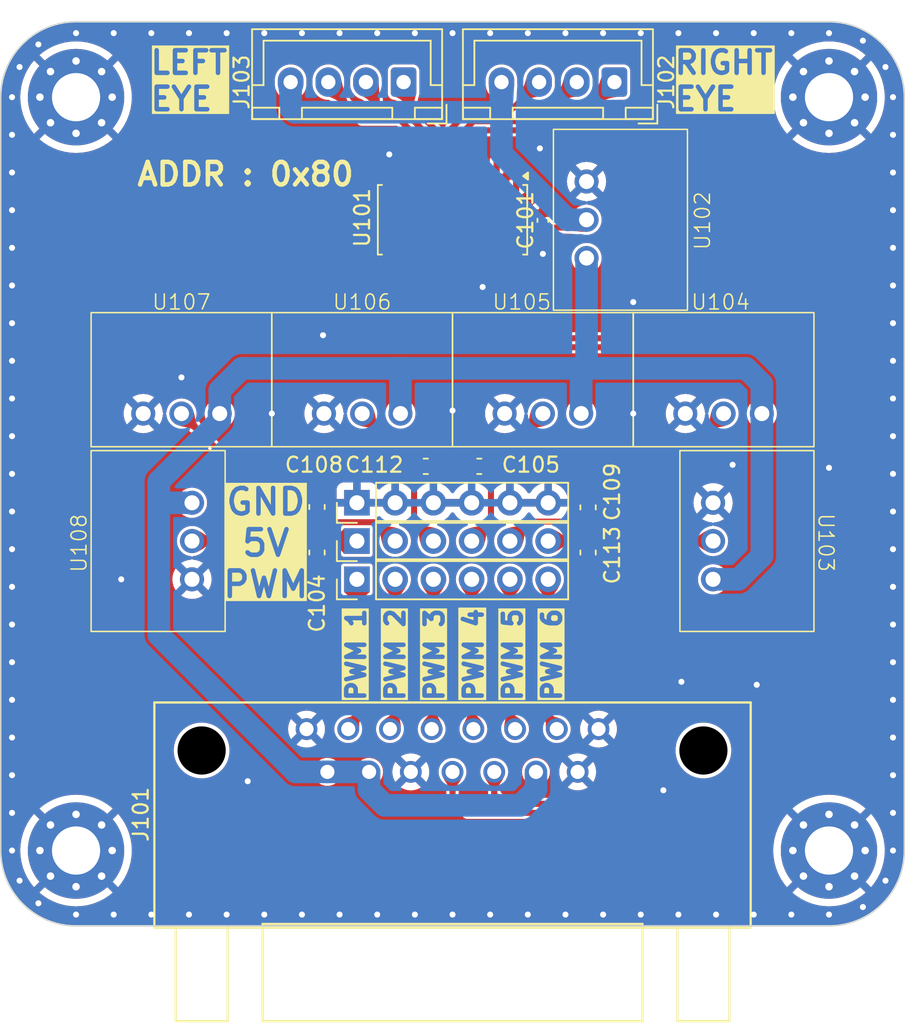
<source format=kicad_pcb>
(kicad_pcb (version 20240108) (generator "pcbnew") (generator_version "8.0")
  (layers (0 "F.Cu" signal) (31 "B.Cu" signal) (34 "B.Paste" user) (35 "F.Paste" user) (36 "B.SilkS" user "B.Silkscreen") (37 "F.SilkS" user "F.Silkscreen") (38 "B.Mask" user) (39 "F.Mask" user) (44 "Edge.Cuts" user))
  (net 0 "")
  (net 1 "GND")
  (net 2 "PWM_TIM1_CH1")
  (net 3 "I2C_SCL")
  (net 4 "+12V")
  (net 5 "I2C_SDA")
  (net 6 "/5V_1")
  (net 7 "/5V_2")
  (net 8 "LED1")
  (net 9 "LED2")
  (net 10 "LED4")
  (net 11 "LED5")
  (net 12 "LED3")
  (net 13 "LED0")
  (net 14 "/5V_3")
  (net 15 "+5V")
  (net 16 "PWM_TIM1_CH3")
  (net 17 "PWM_TIM2_CH1")
  (net 18 "PWM_TIM2_CH2")
  (net 19 "PWM_TIM1_CH2")
  (net 20 "PWM_TIM1_CH4")
  (net 21 "/5V_4")
  (net 22 "/5V_5")
  (net 23 "/5V_6")
  (footprint "libs:173010542" (layer "F.Cu") (at 106 111)
    (property "Reference" "U105" (at -1.4 -7.4 0) (layer "F.SilkS") (effects (font (thickness 0.1))))
    (property "Value" "~")
    (pad "1" thru_hole circle (at -2.54 0) (size 1.6 1.6) (drill 1) (layers "*.Cu" "*.Mask") (net 1 "GND"))
    (pad "2" thru_hole circle (at 0 0) (size 1.6 1.6) (drill 1) (layers "*.Cu" "*.Mask") (net 21 "/5V_4"))
    (pad "3" thru_hole circle (at 2.54 0) (size 1.6 1.6) (drill 1) (layers "*.Cu" "*.Mask") (net 4 "+12V"))
  )
  (footprint "libs:CONN15_31321_WRE" (layer "F.Cu") (at 100 145 180)
    (property "Reference" "J101" (at 20.7 7.4 90) (layer "F.SilkS"))
    (property "Value" "Conn_01x15")
    (pad "" np_thru_hole circle (at -16.66 11.64 180) (size 3.2004 3.2004) (drill 3.2004) (layers))
    (pad "" np_thru_hole circle (at 16.66 11.64 180) (size 3.2004 3.2004) (drill 3.2004) (layers))
    (pad "1" thru_hole circle (at 9.695 13.060007 180) (size 1.4478 1.4478) (drill 0.9398) (layers "*.Cu" "*.Mask") (net 1 "GND"))
    (pad "2" thru_hole circle (at 6.925 13.060007 180) (size 1.4478 1.4478) (drill 0.9398) (layers "*.Cu" "*.Mask") (net 2 "PWM_TIM1_CH1"))
    (pad "3" thru_hole circle (at 4.155001 13.060007 180) (size 1.4478 1.4478) (drill 0.9398) (layers "*.Cu" "*.Mask") (net 19 "PWM_TIM1_CH2"))
    (pad "4" thru_hole circle (at 1.385001 13.060007 180) (size 1.4478 1.4478) (drill 0.9398) (layers "*.Cu" "*.Mask") (net 16 "PWM_TIM1_CH3"))
    (pad "5" thru_hole circle (at -1.384998 13.060007 180) (size 1.4478 1.4478) (drill 0.9398) (layers "*.Cu" "*.Mask") (net 20 "PWM_TIM1_CH4"))
    (pad "6" thru_hole circle (at -4.154998 13.060007 180) (size 1.4478 1.4478) (drill 0.9398) (layers "*.Cu" "*.Mask") (net 17 "PWM_TIM2_CH1"))
    (pad "7" thru_hole circle (at -6.924998 13.060007 180) (size 1.4478 1.4478) (drill 0.9398) (layers "*.Cu" "*.Mask") (net 18 "PWM_TIM2_CH2"))
    (pad "8" thru_hole circle (at -9.694997 13.060007 180) (size 1.4478 1.4478) (drill 0.9398) (layers "*.Cu" "*.Mask") (net 1 "GND"))
    (pad "9" thru_hole circle (at 8.309999 10.220008 180) (size 1.4478 1.4478) (drill 0.9398) (layers "*.Cu" "*.Mask") (net 4 "+12V"))
    (pad "10" thru_hole circle (at 5.539999 10.220008 180) (size 1.4478 1.4478) (drill 0.9398) (layers "*.Cu" "*.Mask") (net 4 "+12V"))
    (pad "11" thru_hole circle (at 2.77 10.220008 180) (size 1.4478 1.4478) (drill 0.9398) (layers "*.Cu" "*.Mask") (net 1 "GND"))
    (pad "12" thru_hole circle (at 0 10.220008 180) (size 1.4478 1.4478) (drill 0.9398) (layers "*.Cu" "*.Mask") (net 5 "I2C_SDA"))
    (pad "13" thru_hole circle (at -2.77 10.220008 180) (size 1.4478 1.4478) (drill 0.9398) (layers "*.Cu" "*.Mask") (net 3 "I2C_SCL"))
    (pad "14" thru_hole circle (at -5.539999 10.220008 180) (size 1.4478 1.4478) (drill 0.9398) (layers "*.Cu" "*.Mask") (net 4 "+12V"))
    (pad "15" thru_hole circle (at -8.309999 10.220008 180) (size 1.4478 1.4478) (drill 0.9398) (layers "*.Cu" "*.Mask") (net 1 "GND"))
  )
  (footprint "libs:173010542" (layer "F.Cu") (at 82 111)
    (property "Reference" "U107" (at 0 -7.4 0) (layer "F.SilkS") (effects (font (thickness 0.1))))
    (property "Value" "~")
    (pad "1" thru_hole circle (at -2.54 0) (size 1.6 1.6) (drill 1) (layers "*.Cu" "*.Mask") (net 1 "GND"))
    (pad "2" thru_hole circle (at 0 0) (size 1.6 1.6) (drill 1) (layers "*.Cu" "*.Mask") (net 7 "/5V_2"))
    (pad "3" thru_hole circle (at 2.54 0) (size 1.6 1.6) (drill 1) (layers "*.Cu" "*.Mask") (net 4 "+12V"))
  )
  (footprint "Connector_JST:JST_XH_B4B-XH-A_1x04_P2.50mm_Vertical" (layer "F.Cu") (at 96.75 89 180)
    (property "Reference" "J103" (at 10.75 0 -90) (layer "F.SilkS"))
    (property "Value" "Conn_01x04")
    (pad "1" thru_hole roundrect (at 0 0 180) (size 1.7 1.95) (drill 0.95) (layers "*.Cu" "*.Mask") (roundrect_rratio 0.1470588235) (net 12 "LED3"))
    (pad "2" thru_hole oval (at 2.5 0 180) (size 1.7 1.95) (drill 0.95) (layers "*.Cu" "*.Mask") (net 10 "LED4"))
    (pad "3" thru_hole oval (at 5 0 180) (size 1.7 1.95) (drill 0.95) (layers "*.Cu" "*.Mask") (net 11 "LED5"))
    (pad "4" thru_hole oval (at 7.5 0 180) (size 1.7 1.95) (drill 0.95) (layers "*.Cu" "*.Mask") (net 15 "+5V"))
  )
  (footprint "MountingHole:MountingHole_3.2mm_M3_Pad_Via" (layer "F.Cu") (at 75 90)
    (property "Reference" "H103" (hide yes))
    (property "Value" "MountingHole_Pad")
    (pad "1" thru_hole circle (at -2.4 0) (size 0.8 0.8) (drill 0.5) (layers "*.Cu" "*.Mask") (net 1 "GND"))
    (pad "1" thru_hole circle (at -1.697056 -1.697056) (size 0.8 0.8) (drill 0.5) (layers "*.Cu" "*.Mask") (net 1 "GND"))
    (pad "1" thru_hole circle (at -1.697056 1.697056) (size 0.8 0.8) (drill 0.5) (layers "*.Cu" "*.Mask") (net 1 "GND"))
    (pad "1" thru_hole circle (at 0 -2.4) (size 0.8 0.8) (drill 0.5) (layers "*.Cu" "*.Mask") (net 1 "GND"))
    (pad "1" thru_hole circle (at 0 0) (size 6.4 6.4) (drill 3.2) (layers "*.Cu" "*.Mask") (net 1 "GND"))
    (pad "1" thru_hole circle (at 0 2.4) (size 0.8 0.8) (drill 0.5) (layers "*.Cu" "*.Mask") (net 1 "GND"))
    (pad "1" thru_hole circle (at 1.697056 -1.697056) (size 0.8 0.8) (drill 0.5) (layers "*.Cu" "*.Mask") (net 1 "GND"))
    (pad "1" thru_hole circle (at 1.697056 1.697056) (size 0.8 0.8) (drill 0.5) (layers "*.Cu" "*.Mask") (net 1 "GND"))
    (pad "1" thru_hole circle (at 2.4 0) (size 0.8 0.8) (drill 0.5) (layers "*.Cu" "*.Mask") (net 1 "GND"))
  )
  (footprint "libs:173010542" (layer "F.Cu") (at 82.7 119.46 90)
    (property "Reference" "U108" (at -0.14 -7.5 90) (layer "F.SilkS") (effects (font (thickness 0.1))))
    (property "Value" "~")
    (pad "1" thru_hole circle (at -2.54 0 90) (size 1.6 1.6) (drill 1) (layers "*.Cu" "*.Mask") (net 1 "GND"))
    (pad "2" thru_hole circle (at 0 0 90) (size 1.6 1.6) (drill 1) (layers "*.Cu" "*.Mask") (net 6 "/5V_1"))
    (pad "3" thru_hole circle (at 2.54 0 90) (size 1.6 1.6) (drill 1) (layers "*.Cu" "*.Mask") (net 4 "+12V"))
  )
  (footprint "Connector_PinHeader_2.54mm:PinHeader_1x06_P2.54mm_Vertical" (layer "F.Cu") (at 93.65 119.46 90)
    (property "Reference" "J104" (hide yes))
    (property "Value" "Conn_01x06")
    (pad "1" thru_hole rect (at 0 0 90) (size 1.7 1.7) (drill 1) (layers "*.Cu" "*.Mask") (net 6 "/5V_1"))
    (pad "2" thru_hole oval (at 0 2.54 90) (size 1.7 1.7) (drill 1) (layers "*.Cu" "*.Mask") (net 7 "/5V_2"))
    (pad "3" thru_hole oval (at 0 5.08 90) (size 1.7 1.7) (drill 1) (layers "*.Cu" "*.Mask") (net 14 "/5V_3"))
    (pad "4" thru_hole oval (at 0 7.62 90) (size 1.7 1.7) (drill 1) (layers "*.Cu" "*.Mask") (net 21 "/5V_4"))
    (pad "5" thru_hole oval (at 0 10.16 90) (size 1.7 1.7) (drill 1) (layers "*.Cu" "*.Mask") (net 22 "/5V_5"))
    (pad "6" thru_hole oval (at 0 12.7 90) (size 1.7 1.7) (drill 1) (layers "*.Cu" "*.Mask") (net 23 "/5V_6"))
  )
  (footprint "Package_SO:TSSOP-28_4.4x9.7mm_P0.65mm" (layer "F.Cu") (at 100 98.1375 -90)
    (property "Reference" "U101" (at -0.1375 6 90) (layer "F.SilkS"))
    (property "Value" "PCA9685PW")
    (pad "1" smd roundrect (at -2.8625 -4.225 270) (size 1.475 0.4) (layers "F.Cu" "F.Paste" "F.Mask") (net 1 "GND"))
    (pad "2" smd roundrect (at -2.8625 -3.575 270) (size 1.475 0.4) (layers "F.Cu" "F.Paste" "F.Mask") (net 1 "GND"))
    (pad "3" smd roundrect (at -2.8625 -2.925 270) (size 1.475 0.4) (layers "F.Cu" "F.Paste" "F.Mask") (net 1 "GND"))
    (pad "4" smd roundrect (at -2.8625 -2.275 270) (size 1.475 0.4) (layers "F.Cu" "F.Paste" "F.Mask") (net 1 "GND"))
    (pad "5" smd roundrect (at -2.8625 -1.625 270) (size 1.475 0.4) (layers "F.Cu" "F.Paste" "F.Mask") (net 1 "GND"))
    (pad "6" smd roundrect (at -2.8625 -0.975 270) (size 1.475 0.4) (layers "F.Cu" "F.Paste" "F.Mask") (net 13 "LED0"))
    (pad "7" smd roundrect (at -2.8625 -0.325 270) (size 1.475 0.4) (layers "F.Cu" "F.Paste" "F.Mask") (net 8 "LED1"))
    (pad "8" smd roundrect (at -2.8625 0.325 270) (size 1.475 0.4) (layers "F.Cu" "F.Paste" "F.Mask") (net 9 "LED2"))
    (pad "9" smd roundrect (at -2.8625 0.975 270) (size 1.475 0.4) (layers "F.Cu" "F.Paste" "F.Mask") (net 12 "LED3"))
    (pad "10" smd roundrect (at -2.8625 1.625 270) (size 1.475 0.4) (layers "F.Cu" "F.Paste" "F.Mask") (net 10 "LED4"))
    (pad "11" smd roundrect (at -2.8625 2.275 270) (size 1.475 0.4) (layers "F.Cu" "F.Paste" "F.Mask") (net 11 "LED5"))
    (pad "12" smd roundrect (at -2.8625 2.925 270) (size 1.475 0.4) (layers "F.Cu" "F.Paste" "F.Mask"))
    (pad "13" smd roundrect (at -2.8625 3.575 270) (size 1.475 0.4) (layers "F.Cu" "F.Paste" "F.Mask"))
    (pad "14" smd roundrect (at -2.8625 4.225 270) (size 1.475 0.4) (layers "F.Cu" "F.Paste" "F.Mask") (net 1 "GND"))
    (pad "15" smd roundrect (at 2.8625 4.225 270) (size 1.475 0.4) (layers "F.Cu" "F.Paste" "F.Mask"))
    (pad "16" smd roundrect (at 2.8625 3.575 270) (size 1.475 0.4) (layers "F.Cu" "F.Paste" "F.Mask"))
    (pad "17" smd roundrect (at 2.8625 2.925 270) (size 1.475 0.4) (layers "F.Cu" "F.Paste" "F.Mask"))
    (pad "18" smd roundrect (at 2.8625 2.275 270) (size 1.475 0.4) (layers "F.Cu" "F.Paste" "F.Mask"))
    (pad "19" smd roundrect (at 2.8625 1.625 270) (size 1.475 0.4) (layers "F.Cu" "F.Paste" "F.Mask"))
    (pad "20" smd roundrect (at 2.8625 0.975 270) (size 1.475 0.4) (layers "F.Cu" "F.Paste" "F.Mask"))
    (pad "21" smd roundrect (at 2.8625 0.325 270) (size 1.475 0.4) (layers "F.Cu" "F.Paste" "F.Mask"))
    (pad "22" smd roundrect (at 2.8625 -0.325 270) (size 1.475 0.4) (layers "F.Cu" "F.Paste" "F.Mask"))
    (pad "23" smd roundrect (at 2.8625 -0.975 270) (size 1.475 0.4) (layers "F.Cu" "F.Paste" "F.Mask") (net 1 "GND"))
    (pad "24" smd roundrect (at 2.8625 -1.625 270) (size 1.475 0.4) (layers "F.Cu" "F.Paste" "F.Mask") (net 1 "GND"))
    (pad "25" smd roundrect (at 2.8625 -2.275 270) (size 1.475 0.4) (layers "F.Cu" "F.Paste" "F.Mask") (net 1 "GND"))
    (pad "26" smd roundrect (at 2.8625 -2.925 270) (size 1.475 0.4) (layers "F.Cu" "F.Paste" "F.Mask") (net 3 "I2C_SCL"))
    (pad "27" smd roundrect (at 2.8625 -3.575 270) (size 1.475 0.4) (layers "F.Cu" "F.Paste" "F.Mask") (net 5 "I2C_SDA"))
    (pad "28" smd roundrect (at 2.8625 -4.225 270) (size 1.475 0.4) (layers "F.Cu" "F.Paste" "F.Mask") (net 15 "+5V"))
  )
  (footprint "MountingHole:MountingHole_3.2mm_M3_Pad_Via" (layer "F.Cu") (at 125 140)
    (property "Reference" "H102" (hide yes))
    (property "Value" "MountingHole_Pad")
    (pad "1" thru_hole circle (at -2.4 0) (size 0.8 0.8) (drill 0.5) (layers "*.Cu" "*.Mask") (net 1 "GND"))
    (pad "1" thru_hole circle (at -1.697056 -1.697056) (size 0.8 0.8) (drill 0.5) (layers "*.Cu" "*.Mask") (net 1 "GND"))
    (pad "1" thru_hole circle (at -1.697056 1.697056) (size 0.8 0.8) (drill 0.5) (layers "*.Cu" "*.Mask") (net 1 "GND"))
    (pad "1" thru_hole circle (at 0 -2.4) (size 0.8 0.8) (drill 0.5) (layers "*.Cu" "*.Mask") (net 1 "GND"))
    (pad "1" thru_hole circle (at 0 0) (size 6.4 6.4) (drill 3.2) (layers "*.Cu" "*.Mask") (net 1 "GND"))
    (pad "1" thru_hole circle (at 0 2.4) (size 0.8 0.8) (drill 0.5) (layers "*.Cu" "*.Mask") (net 1 "GND"))
    (pad "1" thru_hole circle (at 1.697056 -1.697056) (size 0.8 0.8) (drill 0.5) (layers "*.Cu" "*.Mask") (net 1 "GND"))
    (pad "1" thru_hole circle (at 1.697056 1.697056) (size 0.8 0.8) (drill 0.5) (layers "*.Cu" "*.Mask") (net 1 "GND"))
    (pad "1" thru_hole circle (at 2.4 0) (size 0.8 0.8) (drill 0.5) (layers "*.Cu" "*.Mask") (net 1 "GND"))
  )
  (footprint "libs:173010542" (layer "F.Cu") (at 117.3 119.46 -90)
    (property "Reference" "U103" (at 0.1 -7.5 -90) (layer "F.SilkS") (effects (font (thickness 0.1))))
    (property "Value" "~")
    (pad "1" thru_hole circle (at -2.54 0 270) (size 1.6 1.6) (drill 1) (layers "*.Cu" "*.Mask") (net 1 "GND"))
    (pad "2" thru_hole circle (at 0 0 270) (size 1.6 1.6) (drill 1) (layers "*.Cu" "*.Mask") (net 23 "/5V_6"))
    (pad "3" thru_hole circle (at 2.54 0 270) (size 1.6 1.6) (drill 1) (layers "*.Cu" "*.Mask") (net 4 "+12V"))
  )
  (footprint "MountingHole:MountingHole_3.2mm_M3_Pad_Via" (layer "F.Cu") (at 75 140)
    (property "Reference" "H101" (hide yes))
    (property "Value" "MountingHole_Pad")
    (pad "1" thru_hole circle (at -2.4 0) (size 0.8 0.8) (drill 0.5) (layers "*.Cu" "*.Mask") (net 1 "GND"))
    (pad "1" thru_hole circle (at -1.697056 -1.697056) (size 0.8 0.8) (drill 0.5) (layers "*.Cu" "*.Mask") (net 1 "GND"))
    (pad "1" thru_hole circle (at -1.697056 1.697056) (size 0.8 0.8) (drill 0.5) (layers "*.Cu" "*.Mask") (net 1 "GND"))
    (pad "1" thru_hole circle (at 0 -2.4) (size 0.8 0.8) (drill 0.5) (layers "*.Cu" "*.Mask") (net 1 "GND"))
    (pad "1" thru_hole circle (at 0 0) (size 6.4 6.4) (drill 3.2) (layers "*.Cu" "*.Mask") (net 1 "GND"))
    (pad "1" thru_hole circle (at 0 2.4) (size 0.8 0.8) (drill 0.5) (layers "*.Cu" "*.Mask") (net 1 "GND"))
    (pad "1" thru_hole circle (at 1.697056 -1.697056) (size 0.8 0.8) (drill 0.5) (layers "*.Cu" "*.Mask") (net 1 "GND"))
    (pad "1" thru_hole circle (at 1.697056 1.697056) (size 0.8 0.8) (drill 0.5) (layers "*.Cu" "*.Mask") (net 1 "GND"))
    (pad "1" thru_hole circle (at 2.4 0) (size 0.8 0.8) (drill 0.5) (layers "*.Cu" "*.Mask") (net 1 "GND"))
  )
  (footprint "MountingHole:MountingHole_3.2mm_M3_Pad_Via" (layer "F.Cu") (at 125 90)
    (property "Reference" "H104" (hide yes))
    (property "Value" "MountingHole_Pad")
    (pad "1" thru_hole circle (at -2.4 0) (size 0.8 0.8) (drill 0.5) (layers "*.Cu" "*.Mask") (net 1 "GND"))
    (pad "1" thru_hole circle (at -1.697056 -1.697056) (size 0.8 0.8) (drill 0.5) (layers "*.Cu" "*.Mask") (net 1 "GND"))
    (pad "1" thru_hole circle (at -1.697056 1.697056) (size 0.8 0.8) (drill 0.5) (layers "*.Cu" "*.Mask") (net 1 "GND"))
    (pad "1" thru_hole circle (at 0 -2.4) (size 0.8 0.8) (drill 0.5) (layers "*.Cu" "*.Mask") (net 1 "GND"))
    (pad "1" thru_hole circle (at 0 0) (size 6.4 6.4) (drill 3.2) (layers "*.Cu" "*.Mask") (net 1 "GND"))
    (pad "1" thru_hole circle (at 0 2.4) (size 0.8 0.8) (drill 0.5) (layers "*.Cu" "*.Mask") (net 1 "GND"))
    (pad "1" thru_hole circle (at 1.697056 -1.697056) (size 0.8 0.8) (drill 0.5) (layers "*.Cu" "*.Mask") (net 1 "GND"))
    (pad "1" thru_hole circle (at 1.697056 1.697056) (size 0.8 0.8) (drill 0.5) (layers "*.Cu" "*.Mask") (net 1 "GND"))
    (pad "1" thru_hole circle (at 2.4 0) (size 0.8 0.8) (drill 0.5) (layers "*.Cu" "*.Mask") (net 1 "GND"))
  )
  (footprint "libs:173010542" (layer "F.Cu") (at 108.9 98.1375 -90)
    (property "Reference" "U102" (at 0.0625 -7.7 90) (layer "F.SilkS") (effects (font (thickness 0.1))))
    (property "Value" "~" (hide yes))
    (pad "1" thru_hole circle (at -2.54 0 270) (size 1.6 1.6) (drill 1) (layers "*.Cu" "*.Mask") (net 1 "GND"))
    (pad "2" thru_hole circle (at 0 0 270) (size 1.6 1.6) (drill 1) (layers "*.Cu" "*.Mask") (net 15 "+5V"))
    (pad "3" thru_hole circle (at 2.54 0 270) (size 1.6 1.6) (drill 1) (layers "*.Cu" "*.Mask") (net 4 "+12V"))
  )
  (footprint "Capacitor_SMD:C_0603_1608Metric" (layer "F.Cu") (at 91 120.222 -90)
    (property "Reference" "C104" (at 3.378 0 -90) (layer "F.SilkS"))
    (property "Value" "10u")
    (pad "1" smd roundrect (at -0.775 0 270) (size 0.9 0.95) (layers "F.Cu" "F.Paste" "F.Mask") (net 6 "/5V_1"))
    (pad "2" smd roundrect (at 0.775 0 270) (size 0.9 0.95) (layers "F.Cu" "F.Paste" "F.Mask") (net 1 "GND"))
  )
  (footprint "libs:173010542" (layer "F.Cu") (at 94 111)
    (property "Reference" "U106" (at 0 -7.4 0) (layer "F.SilkS") (effects (font (thickness 0.1))))
    (property "Value" "~")
    (pad "1" thru_hole circle (at -2.54 0) (size 1.6 1.6) (drill 1) (layers "*.Cu" "*.Mask") (net 1 "GND"))
    (pad "2" thru_hole circle (at 0 0) (size 1.6 1.6) (drill 1) (layers "*.Cu" "*.Mask") (net 14 "/5V_3"))
    (pad "3" thru_hole circle (at 2.54 0) (size 1.6 1.6) (drill 1) (layers "*.Cu" "*.Mask") (net 4 "+12V"))
  )
  (footprint "Capacitor_SMD:C_0603_1608Metric" (layer "F.Cu") (at 101.778 114.5 180)
    (property "Reference" "C105" (at -3.422 0.1 180) (layer "F.SilkS"))
    (property "Value" "10u")
    (pad "1" smd roundrect (at -0.775 0 180) (size 0.9 0.95) (layers "F.Cu" "F.Paste" "F.Mask") (net 21 "/5V_4"))
    (pad "2" smd roundrect (at 0.775 0 180) (size 0.9 0.95) (layers "F.Cu" "F.Paste" "F.Mask") (net 1 "GND"))
  )
  (footprint "Connector_JST:JST_XH_B4B-XH-A_1x04_P2.50mm_Vertical" (layer "F.Cu") (at 110.75 89 180)
    (property "Reference" "J102" (at -3.45 0 90) (layer "F.SilkS"))
    (property "Value" "Conn_01x04")
    (pad "1" thru_hole roundrect (at 0 0 180) (size 1.7 1.95) (drill 0.95) (layers "*.Cu" "*.Mask") (roundrect_rratio 0.1470588235) (net 13 "LED0"))
    (pad "2" thru_hole oval (at 2.5 0 180) (size 1.7 1.95) (drill 0.95) (layers "*.Cu" "*.Mask") (net 8 "LED1"))
    (pad "3" thru_hole oval (at 5 0 180) (size 1.7 1.95) (drill 0.95) (layers "*.Cu" "*.Mask") (net 9 "LED2"))
    (pad "4" thru_hole oval (at 7.5 0 180) (size 1.7 1.95) (drill 0.95) (layers "*.Cu" "*.Mask") (net 15 "+5V"))
  )
  (footprint "Capacitor_SMD:C_0603_1608Metric" (layer "F.Cu") (at 98.222 114.5)
    (property "Reference" "C112" (at -3.422 -0.1 0) (layer "F.SilkS"))
    (property "Value" "10u")
    (pad "1" smd roundrect (at -0.775 0) (size 0.9 0.95) (layers "F.Cu" "F.Paste" "F.Mask") (net 14 "/5V_3"))
    (pad "2" smd roundrect (at 0.775 0) (size 0.9 0.95) (layers "F.Cu" "F.Paste" "F.Mask") (net 1 "GND"))
  )
  (footprint "libs:173010542" (layer "F.Cu") (at 118 111)
    (property "Reference" "U104" (at -0.2 -7.4 0) (layer "F.SilkS") (effects (font (thickness 0.1))))
    (property "Value" "~")
    (pad "1" thru_hole circle (at -2.54 0) (size 1.6 1.6) (drill 1) (layers "*.Cu" "*.Mask") (net 1 "GND"))
    (pad "2" thru_hole circle (at 0 0) (size 1.6 1.6) (drill 1) (layers "*.Cu" "*.Mask") (net 22 "/5V_5"))
    (pad "3" thru_hole circle (at 2.54 0) (size 1.6 1.6) (drill 1) (layers "*.Cu" "*.Mask") (net 4 "+12V"))
  )
  (footprint "Capacitor_SMD:C_0603_1608Metric" (layer "F.Cu") (at 109 120.222 -90)
    (property "Reference" "C113" (at 0.178 -1.6 90) (layer "F.SilkS"))
    (property "Value" "10u")
    (pad "1" smd roundrect (at -0.775 0 270) (size 0.9 0.95) (layers "F.Cu" "F.Paste" "F.Mask") (net 23 "/5V_6"))
    (pad "2" smd roundrect (at 0.775 0 270) (size 0.9 0.95) (layers "F.Cu" "F.Paste" "F.Mask") (net 1 "GND"))
  )
  (footprint "Connector_PinHeader_2.54mm:PinHeader_1x06_P2.54mm_Vertical" (layer "F.Cu") (at 93.65 116.92 90)
    (property "Reference" "J106" (hide yes))
    (property "Value" "Conn_01x06")
    (pad "1" thru_hole rect (at 0 0 90) (size 1.7 1.7) (drill 1) (layers "*.Cu" "*.Mask") (net 1 "GND"))
    (pad "2" thru_hole oval (at 0 2.54 90) (size 1.7 1.7) (drill 1) (layers "*.Cu" "*.Mask") (net 1 "GND"))
    (pad "3" thru_hole oval (at 0 5.08 90) (size 1.7 1.7) (drill 1) (layers "*.Cu" "*.Mask") (net 1 "GND"))
    (pad "4" thru_hole oval (at 0 7.62 90) (size 1.7 1.7) (drill 1) (layers "*.Cu" "*.Mask") (net 1 "GND"))
    (pad "5" thru_hole oval (at 0 10.16 90) (size 1.7 1.7) (drill 1) (layers "*.Cu" "*.Mask") (net 1 "GND"))
    (pad "6" thru_hole oval (at 0 12.7 90) (size 1.7 1.7) (drill 1) (layers "*.Cu" "*.Mask") (net 1 "GND"))
  )
  (footprint "Capacitor_SMD:C_0402_1005Metric" (layer "F.Cu") (at 106 98.175 90)
    (property "Reference" "C101" (at 0 -1.16 90) (layer "F.SilkS"))
    (property "Value" "100n")
    (pad "1" smd roundrect (at -0.48 0 90) (size 0.56 0.62) (layers "F.Cu" "F.Paste" "F.Mask") (net 15 "+5V"))
    (pad "2" smd roundrect (at 0.48 0 90) (size 0.56 0.62) (layers "F.Cu" "F.Paste" "F.Mask") (net 1 "GND"))
  )
  (footprint "Capacitor_SMD:C_0603_1608Metric" (layer "F.Cu") (at 91 117.2 90)
    (property "Reference" "C108" (at 2.8 -0.2 0) (layer "F.SilkS"))
    (property "Value" "10u")
    (pad "1" smd roundrect (at -0.775 0 90) (size 0.9 0.95) (layers "F.Cu" "F.Paste" "F.Mask") (net 7 "/5V_2"))
    (pad "2" smd roundrect (at 0.775 0 90) (size 0.9 0.95) (layers "F.Cu" "F.Paste" "F.Mask") (net 1 "GND"))
  )
  (footprint "Connector_PinHeader_2.54mm:PinHeader_1x06_P2.54mm_Vertical" (layer "F.Cu") (at 93.65 122 90)
    (property "Reference" "J105" (hide yes))
    (property "Value" "Conn_01x06")
    (pad "1" thru_hole rect (at 0 0 90) (size 1.7 1.7) (drill 1) (layers "*.Cu" "*.Mask") (net 2 "PWM_TIM1_CH1"))
    (pad "2" thru_hole oval (at 0 2.54 90) (size 1.7 1.7) (drill 1) (layers "*.Cu" "*.Mask") (net 19 "PWM_TIM1_CH2"))
    (pad "3" thru_hole oval (at 0 5.08 90) (size 1.7 1.7) (drill 1) (layers "*.Cu" "*.Mask") (net 16 "PWM_TIM1_CH3"))
    (pad "4" thru_hole oval (at 0 7.62 90) (size 1.7 1.7) (drill 1) (layers "*.Cu" "*.Mask") (net 20 "PWM_TIM1_CH4"))
    (pad "5" thru_hole oval (at 0 10.16 90) (size 1.7 1.7) (drill 1) (layers "*.Cu" "*.Mask") (net 17 "PWM_TIM2_CH1"))
    (pad "6" thru_hole oval (at 0 12.7 90) (size 1.7 1.7) (drill 1) (layers "*.Cu" "*.Mask") (net 18 "PWM_TIM2_CH2"))
  )
  (footprint "Capacitor_SMD:C_0603_1608Metric" (layer "F.Cu") (at 109 117.225 90)
    (property "Reference" "C109" (at 1.025 1.6 -90) (layer "F.SilkS"))
    (property "Value" "10u")
    (pad "1" smd roundrect (at -0.775 0 90) (size 0.9 0.95) (layers "F.Cu" "F.Paste" "F.Mask") (net 22 "/5V_5"))
    (pad "2" smd roundrect (at 0.775 0 90) (size 0.9 0.95) (layers "F.Cu" "F.Paste" "F.Mask") (net 1 "GND"))
  )
  (gr_line (start 125 145) (end 75 145) (stroke (width 0.1)) (layer "Edge.Cuts"))
  (gr_line (start 70 140) (end 70 90) (stroke (width 0.1)) (layer "Edge.Cuts"))
  (gr_arc (start 70 90) (mid 71.464466 86.464466) (end 75 85) (stroke (width 0.1)) (layer "Edge.Cuts"))
  (gr_arc (start 125 85) (mid 128.535534 86.464466) (end 130 90) (stroke (width 0.1)) (layer "Edge.Cuts"))
  (gr_arc (start 130 140) (mid 128.535534 143.535534) (end 125 145) (stroke (width 0.1)) (layer "Edge.Cuts"))
  (gr_line (start 125 85) (end 75 85) (stroke (width 0.1)) (layer "Edge.Cuts"))
  (gr_arc (start 75 145) (mid 71.464466 143.535534) (end 70 140) (stroke (width 0.1)) (layer "Edge.Cuts"))
  (gr_line (start 130 90) (end 130 140) (stroke (width 0.1)) (layer "Edge.Cuts"))
  (gr_text "PWM 1" (at 93.6 127 90) (layer "F.SilkS" knockout) (effects (font (size 1.2 1.2) (thickness 0.3) (bold yes))))
  (gr_text "PWM 4" (at 101.4 127 90) (layer "F.SilkS" knockout) (effects (font (size 1.2 1.2) (thickness 0.3) (bold yes))))
  (gr_text "PWM 3" (at 98.8 127 90) (layer "F.SilkS" knockout) (effects (font (size 1.2 1.2) (thickness 0.3) (bold yes))))
  (gr_text "PWM 2" (at 96.2 127 90) (layer "F.SilkS" knockout) (effects (font (size 1.2 1.2) (thickness 0.3) (bold yes))))
  (gr_text "RIGHT\nEYE" (at 114.6 91 0) (layer "F.SilkS" knockout) (effects (font (size 1.5 1.5) (thickness 0.3) (bold yes)) (justify left bottom)))
  (gr_text "PWM 5" (at 104 127 90) (layer "F.SilkS" knockout) (effects (font (size 1.2 1.2) (thickness 0.3) (bold yes))))
  (gr_text "PWM 6" (at 106.6 127 90) (layer "F.SilkS" knockout) (effects (font (size 1.2 1.2) (thickness 0.3) (bold yes))))
  (gr_text "LEFT\nEYE" (at 79.8 91 0) (layer "F.SilkS" knockout) (effects (font (size 1.5 1.5) (thickness 0.3) (bold yes)) (justify left bottom)))
  (gr_text "GND\n5V\nPWM" (at 87.6 119.6 0) (layer "F.SilkS" knockout) (effects (font (size 1.7 1.7) (thickness 0.3) (bold yes))))
  (gr_text "ADDR : 0x80" (at 78.914287 95.991999 0) (layer "F.SilkS") (effects (font (size 1.5 1.5) (thickness 0.3) (bold yes)) (justify left bottom)))
  (via (at 72.5 143.5) (size 0.8) (drill 0.4) (layers "F.Cu" "B.Cu") (net 1))
  (via (at 70.75 122.5) (size 0.8) (drill 0.4) (layers "F.Cu" "B.Cu") (net 1))
  (via (at 129.25 137.5) (size 0.8) (drill 0.4) (layers "F.Cu" "B.Cu") (net 1))
  (via (at 100 85.75) (size 0.8) (drill 0.4) (layers "F.Cu" "B.Cu") (net 1))
  (via (at 129.25 107.5) (size 0.8) (drill 0.4) (layers "F.Cu" "B.Cu") (net 1))
  (via (at 82 108.6) (size 0.8) (drill 0.4) (layers "F.Cu" "B.Cu") (net 1))
  (via (at 70.75 115) (size 0.8) (drill 0.4) (layers "F.Cu" "B.Cu") (net 1))
  (via (at 71.25 88) (size 0.8) (drill 0.4) (layers "F.Cu" "B.Cu") (net 1))
  (via (at 102.5 144.25) (size 0.8) (drill 0.4) (layers "F.Cu" "B.Cu") (net 1))
  (via (at 128.75 142) (size 0.8) (drill 0.4) (layers "F.Cu" "B.Cu") (net 1))
  (via (at 75 144.25) (size 0.8) (drill 0.4) (layers "F.Cu" "B.Cu") (net 1))
  (via (at 107.5 85.75) (size 0.8) (drill 0.4) (layers "F.Cu" "B.Cu") (net 1))
  (via (at 97.5 144.25) (size 0.8) (drill 0.4) (layers "F.Cu" "B.Cu") (net 1))
  (via (at 117.5 144.25) (size 0.8) (drill 0.4) (layers "F.Cu" "B.Cu") (net 1))
  (via (at 106 100.4) (size 0.8) (drill 0.4) (layers "F.Cu" "B.Cu") (net 1))
  (via (at 70.75 97.5) (size 0.8) (drill 0.4) (layers "F.Cu" "B.Cu") (net 1))
  (via (at 70.75 95) (size 0.8) (drill 0.4) (layers "F.Cu" "B.Cu") (net 1))
  (via (at 80 85.75) (size 0.8) (drill 0.4) (layers "F.Cu" "B.Cu") (net 1))
  (via (at 87.5 144.25) (size 0.8) (drill 0.4) (layers "F.Cu" "B.Cu") (net 1))
  (via (at 70.75 102.5) (size 0.8) (drill 0.4) (layers "F.Cu" "B.Cu") (net 1))
  (via (at 92.5 144.25) (size 0.8) (drill 0.4) (layers "F.Cu" "B.Cu") (net 1))
  (via (at 125 85.75) (size 0.8) (drill 0.4) (layers "F.Cu" "B.Cu") (net 1))
  (via (at 70.75 137.5) (size 0.8) (drill 0.4) (layers "F.Cu" "B.Cu") (net 1))
  (via (at 112 103.6) (size 0.8) (drill 0.4) (layers "F.Cu" "B.Cu") (net 1))
  (via (at 120.2 129) (size 0.8) (drill 0.4) (layers "F.Cu" "B.Cu") (net 1))
  (via (at 70.75 107.5) (size 0.8) (drill 0.4) (layers "F.Cu" "B.Cu") (net 1))
  (via (at 122.5 144.25) (size 0.8) (drill 0.4) (layers "F.Cu" "B.Cu") (net 1))
  (via (at 117.5 85.75) (size 0.8) (drill 0.4) (layers "F.Cu" "B.Cu") (net 1))
  (via (at 129.25 140) (size 0.8) (drill 0.4) (layers "F.Cu" "B.Cu") (net 1))
  (via (at 127.25 86.25) (size 0.8) (drill 0.4) (layers "F.Cu" "B.Cu") (net 1))
  (via (at 102.5 85.75) (size 0.8) (drill 0.4) (layers "F.Cu" "B.Cu") (net 1))
  (via (at 91.4 105.8) (size 0.8) (drill 0.4) (layers "F.Cu" "B.Cu") (net 1))
  (via (at 82.5 85.75) (size 0.8) (drill 0.4) (layers "F.Cu" "B.Cu") (net 1))
  (via (at 70.75 125) (size 0.8) (drill 0.4) (layers "F.Cu" "B.Cu") (net 1))
  (via (at 105 85.75) (size 0.8) (drill 0.4) (layers "F.Cu" "B.Cu") (net 1))
  (via (at 115 85.75) (size 0.8) (drill 0.4) (layers "F.Cu" "B.Cu") (net 1))
  (via (at 129.25 100) (size 0.8) (drill 0.4) (layers "F.Cu" "B.Cu") (net 1))
  (via (at 129.25 135) (size 0.8) (drill 0.4) (layers "F.Cu" "B.Cu") (net 1))
  (via (at 77.5 144.25) (size 0.8) (drill 0.4) (layers "F.Cu" "B.Cu") (net 1))
  (via (at 127.25 143.75) (size 0.8) (drill 0.4) (layers "F.Cu" "B.Cu") (net 1))
  (via (at 82.5 144.25) (size 0.8) (drill 0.4) (layers "F.Cu" "B.Cu") (net 1))
  (via (at 77.5 85.75) (size 0.8) (drill 0.4) (layers "F.Cu" "B.Cu") (net 1))
  (via (at 70.75 117.5) (size 0.8) (drill 0.4) (layers "F.Cu" "B.Cu") (net 1))
  (via (at 72.5 86.5) (size 0.8) (drill 0.4) (layers "F.Cu" "B.Cu") (net 1))
  (via (at 118.6 114.4) (size 0.8) (drill 0.4) (layers "F.Cu" "B.Cu") (net 1))
  (via (at 70.75 127.5) (size 0.8) (drill 0.4) (layers "F.Cu" "B.Cu") (net 1))
  (via (at 105 144.25) (size 0.8) (drill 0.4) (layers "F.Cu" "B.Cu") (net 1))
  (via (at 70.75 120) (size 0.8) (drill 0.4) (layers "F.Cu" "B.Cu") (net 1))
  (via (at 87.5 85.75) (size 0.8) (drill 0.4) (layers "F.Cu" "B.Cu") (net 1))
  (via (at 70.75 105) (size 0.8) (drill 0.4) (layers "F.Cu" "B.Cu") (net 1))
  (via (at 78 122) (size 0.8) (drill 0.4) (layers "F.Cu" "B.Cu") (net 1))
  (via (at 112 111) (size 0.8) (drill 0.4) (layers "F.Cu" "B.Cu") (net 1))
  (via (at 85 144.25) (size 0.8) (drill 0.4) (layers "F.Cu" "B.Cu") (net 1))
  (via (at 92.5 85.75) (size 0.8) (drill 0.4) (layers "F.Cu" "B.Cu") (net 1))
  (via (at 95 144.25) (size 0.8) (drill 0.4) (layers "F.Cu" "B.Cu") (net 1))
  (via (at 71.25 142) (size 0.8) (drill 0.4) (layers "F.Cu" "B.Cu") (net 1))
  (via (at 110 85.75) (size 0.8) (drill 0.4) (layers "F.Cu" "B.Cu") (net 1))
  (via (at 125 114.6) (size 0.8) (drill 0.4) (layers "F.Cu" "B.Cu") (net 1))
  (via (at 88 111) (size 0.8) (drill 0.4) (layers "F.Cu" "B.Cu") (net 1))
  (via (at 122.5 85.75) (size 0.8) (drill 0.4) (layers "F.Cu" "B.Cu") (net 1))
  (via (at 95 85.75) (size 0.8) (drill 0.4) (layers "F.Cu" "B.Cu") (net 1))
  (via (at 120 144.25) (size 0.8) (drill 0.4) (layers "F.Cu" "B.Cu") (net 1))
  (via (at 70.75 112.5) (size 0.8) (drill 0.4) (layers "F.Cu" "B.Cu") (net 1))
  (via (at 129.25 102.5) (size 0.8) (drill 0.4) (layers "F.Cu" "B.Cu") (net 1))
  (via (at 70.75 135) (size 0.8) (drill 0.4) (layers "F.Cu" "B.Cu") (net 1))
  (via (at 70.75 100) (size 0.8) (drill 0.4) (layers "F.Cu" "B.Cu") (net 1))
  (via (at 129.25 110) (size 0.8) (drill 0.4) (layers "F.Cu" "B.Cu") (net 1))
  (via (at 112.5 144.25) (size 0.8) (drill 0.4) (layers "F.Cu" "B.Cu") (net 1))
  (via (at 97.5 85.75) (size 0.8) (drill 0.4) (layers "F.Cu" "B.Cu") (net 1))
  (via (at 70.75 130) (size 0.8) (drill 0.4) (layers "F.Cu" "B.Cu") (net 1))
  (via (at 129.25 127.5) (size 0.8) (drill 0.4) (layers "F.Cu" "B.Cu") (net 1))
  (via (at 115 144.25) (size 0.8) (drill 0.4) (layers "F.Cu" "B.Cu") (net 1))
  (via (at 129.25 97.5) (size 0.8) (drill 0.4) (layers "F.Cu" "B.Cu") (net 1))
  (via (at 129.25 92.5) (size 0.8) (drill 0.4) (layers "F.Cu" "B.Cu") (net 1))
  (via (at 86.4 135.4) (size 0.8) (drill 0.4) (layers "F.Cu" "B.Cu") (net 1))
  (via (at 128.75 88) (size 0.8) (drill 0.4) (layers "F.Cu" "B.Cu") (net 1))
  (via (at 129.25 105) (size 0.8) (drill 0.4) (layers "F.Cu" "B.Cu") (net 1))
  (via (at 107.5 144.25) (size 0.8) (drill 0.4) (layers "F.Cu" "B.Cu") (net 1))
  (via (at 129.25 125) (size 0.8) (drill 0.4) (layers "F.Cu" "B.Cu") (net 1))
  (via (at 70.75 90) (size 0.8) (drill 0.4) (layers "F.Cu" "B.Cu") (net 1))
  (via (at 70.75 132.5) (size 0.8) (drill 0.4) (layers "F.Cu" "B.Cu") (net 1))
  (via (at 105.8 93.4) (size 0.8) (drill 0.4) (layers "F.Cu" "B.Cu") (net 1))
  (via (at 95.8 93.8) (size 0.8) (drill 0.4) (layers "F.Cu" "B.Cu") (net 1))
  (via (at 70.75 110) (size 0.8) (drill 0.4) (layers "F.Cu" "B.Cu") (net 1))
  (via (at 70.75 92.5) (size 0.8) (drill 0.4) (layers "F.Cu" "B.Cu") (net 1))
  (via (at 129.25 130) (size 0.8) (drill 0.4) (layers "F.Cu" "B.Cu") (net 1))
  (via (at 129.25 90) (size 0.8) (drill 0.4) (layers "F.Cu" "B.Cu") (net 1))
  (via (at 100 110.8) (size 0.8) (drill 0.4) (layers "F.Cu" "B.Cu") (net 1))
  (via (at 85 85.75) (size 0.8) (drill 0.4) (layers "F.Cu" "B.Cu") (net 1))
  (via (at 110 144.25) (size 0.8) (drill 0.4) (layers "F.Cu" "B.Cu") (net 1))
  (via (at 129.25 120) (size 0.8) (drill 0.4) (layers "F.Cu" "B.Cu") (net 1))
  (via (at 129.25 117.5) (size 0.8) (drill 0.4) (layers "F.Cu" "B.Cu") (net 1))
  (via (at 102 102.6) (size 0.8) (drill 0.4) (layers "F.Cu" "B.Cu") (net 1))
  (via (at 129.25 95) (size 0.8) (drill 0.4) (layers "F.Cu" "B.Cu") (net 1))
  (via (at 115.2 128.8) (size 0.8) (drill 0.4) (layers "F.Cu" "B.Cu") (net 1))
  (via (at 114 136) (size 0.8) (drill 0.4) (layers "F.Cu" "B.Cu") (net 1))
  (via (at 125 144.25) (size 0.8) (drill 0.4) (layers "F.Cu" "B.Cu") (net 1))
  (via (at 80 144.25) (size 0.8) (drill 0.4) (layers "F.Cu" "B.Cu") (net 1))
  (via (at 112.5 85.75) (size 0.8) (drill 0.4) (layers "F.Cu" "B.Cu") (net 1))
  (via (at 90 144.25) (size 0.8) (drill 0.4) (layers "F.Cu" "B.Cu") (net 1))
  (via (at 129.25 132.5) (size 0.8) (drill 0.4) (layers "F.Cu" "B.Cu") (net 1))
  (via (at 129.25 115) (size 0.8) (drill 0.4) (layers "F.Cu" "B.Cu") (net 1))
  (via (at 100 144.25) (size 0.8) (drill 0.4) (layers "F.Cu" "B.Cu") (net 1))
  (via (at 75 85.75) (size 0.8) (drill 0.4) (layers "F.Cu" "B.Cu") (net 1))
  (via (at 120 85.75) (size 0.8) (drill 0.4) (layers "F.Cu" "B.Cu") (net 1))
  (via (at 90 85.75) (size 0.8) (drill 0.4) (layers "F.Cu" "B.Cu") (net 1))
  (via (at 70.75 140) (size 0.8) (drill 0.4) (layers "F.Cu" "B.Cu") (net 1))
  (via (at 129.25 112.5) (size 0.8) (drill 0.4) (layers "F.Cu" "B.Cu") (net 1))
  (via (at 129.25 122.5) (size 0.8) (drill 0.4) (layers "F.Cu" "B.Cu") (net 1))
  (segment (start 93.65 122) (end 93.65 131.364993) (width 0.4) (layer "F.Cu") (net 2))
  (segment (start 93.65 131.364993) (end 93.075 131.939993) (width 0.4) (layer "F.Cu") (net 2))
  (segment (start 109.251472 136.9) (end 103.4 136.9) (width 0.4) (layer "F.Cu") (net 3))
  (segment (start 102.925 101) (end 102.925 103.210453) (width 0.4) (layer "F.Cu") (net 3))
  (segment (start 122.4 123.751472) (end 109.251472 136.9) (width 0.4) (layer "F.Cu") (net 3))
  (segment (start 106.314547 106.6) (end 121.251472 106.6) (width 0.4) (layer "F.Cu") (net 3))
  (segment (start 102.77 136.27) (end 102.77 134.779992) (width 0.4) (layer "F.Cu") (net 3))
  (segment (start 122.4 107.748528) (end 122.4 123.751472) (width 0.4) (layer "F.Cu") (net 3))
  (segment (start 102.925 103.210453) (end 106.314547 106.6) (width 0.4) (layer "F.Cu") (net 3))
  (segment (start 121.251472 106.6) (end 122.4 107.748528) (width 0.4) (layer "F.Cu") (net 3))
  (segment (start 103.4 136.9) (end 102.77 136.27) (width 0.4) (layer "F.Cu") (net 3))
  (segment (start 119.5 108) (end 120.54 109.04) (width 1.5) (layer "B.Cu") (net 4))
  (segment (start 80.5 117) (end 80.5 115.5) (width 1.5) (layer "B.Cu") (net 4))
  (segment (start 120.54 120.46) (end 119 122) (width 1.5) (layer "B.Cu") (net 4))
  (segment (start 119 122) (end 117.3 122) (width 1.5) (layer "B.Cu") (net 4))
  (segment (start 86 108) (end 96.5 108) (width 1.5) (layer "B.Cu") (net 4))
  (segment (start 95.5 137) (end 94.460001 135.960001) (width 1.5) (layer "B.Cu") (net 4))
  (segment (start 94.460001 134.779992) (end 91.690001 134.779992) (width 1.5) (layer "B.Cu") (net 4))
  (segment (start 108.9 100.6775) (end 108.9 107.6) (width 1.5) (layer "B.Cu") (net 4))
  (segment (start 94.460001 135.960001) (end 94.460001 134.779992) (width 1.5) (layer "B.Cu") (net 4))
  (segment (start 80.5 117) (end 80.58 116.92) (width 1.5) (layer "B.Cu") (net 4))
  (segment (start 104.5 137) (end 95.5 137) (width 1.5) (layer "B.Cu") (net 4))
  (segment (start 96.54 108.04) (end 96.5 108) (width 1.5) (layer "B.Cu") (net 4))
  (segment (start 108.54 111) (end 108.54 108.04) (width 1.5) (layer "B.Cu") (net 4))
  (segment (start 80.5 115.5) (end 81 115) (width 1.5) (layer "B.Cu") (net 4))
  (segment (start 105.539999 134.779992) (end 105.539999 135.960001) (width 1.5) (layer "B.Cu") (net 4))
  (segment (start 120.54 109.04) (end 120.54 111) (width 1.5) (layer "B.Cu") (net 4))
  (segment (start 84.54 111.46) (end 84.5 111.5) (width 1.5) (layer "B.Cu") (net 4))
  (segment (start 83 113) (end 84.5 111.5) (width 1.5) (layer "B.Cu") (net 4))
  (segment (start 108.9 107.6) (end 108.5 108) (width 1.5) (layer "B.Cu") (net 4))
  (segment (start 80.5 125.7) (end 80.5 117) (width 1.5) (layer "B.Cu") (net 4))
  (segment (start 91.690001 134.779992) (end 89.579992 134.779992) (width 1.5) (layer "B.Cu") (net 4))
  (segment (start 84.54 111) (end 84.54 111.46) (width 1.5) (layer "B.Cu") (net 4))
  (segment (start 105.539999 135.960001) (end 104.5 137) (width 1.5) (layer "B.Cu") (net 4))
  (segment (start 84.54 111) (end 84.54 109.46) (width 1.5) (layer "B.Cu") (net 4))
  (segment (start 108.54 108.04) (end 108.5 108) (width 1.5) (layer "B.Cu") (net 4))
  (segment (start 96.5 108) (end 108.5 108) (width 1.5) (layer "B.Cu") (net 4))
  (segment (start 80.58 116.92) (end 82.7 116.92) (width 1.5) (layer "B.Cu") (net 4))
  (segment (start 108.5 108) (end 119.5 108) (width 1.5) (layer "B.Cu") (net 4))
  (segment (start 89.579992 134.779992) (end 80.5 125.7) (width 1.5) (layer "B.Cu") (net 4))
  (segment (start 84.54 109.46) (end 86 108) (width 1.5) (layer "B.Cu") (net 4))
  (segment (start 120.54 111) (end 120.54 120.46) (width 1.5) (layer "B.Cu") (net 4))
  (segment (start 81 115) (end 83 113) (width 1.5) (layer "B.Cu") (net 4))
  (segment (start 96.54 111) (end 96.54 108.04) (width 1.5) (layer "B.Cu") (net 4))
  (segment (start 106.563075 106) (end 121.5 106) (width 0.4) (layer "F.Cu") (net 5))
  (segment (start 123 124) (end 109.5 137.5) (width 0.4) (layer "F.Cu") (net 5))
  (segment (start 123 107.5) (end 123 124) (width 0.4) (layer "F.Cu") (net 5))
  (segment (start 100 136.5) (end 100 134.779992) (width 0.4) (layer "F.Cu") (net 5))
  (segment (start 103.575 101) (end 103.575 103.011925) (width 0.4) (layer "F.Cu") (net 5))
  (segment (start 103.575 103.011925) (end 106.563075 106) (width 0.4) (layer "F.Cu") (net 5))
  (segment (start 101 137.5) (end 100 136.5) (width 0.4) (layer "F.Cu") (net 5))
  (segment (start 109.5 137.5) (end 101 137.5) (width 0.4) (layer "F.Cu") (net 5))
  (segment (start 121.5 106) (end 123 107.5) (width 0.4) (layer "F.Cu") (net 5))
  (segment (start 82.713 119.447) (end 82.7 119.46) (width 0.4) (layer "F.Cu") (net 6))
  (segment (start 91.013 119.46) (end 91 119.447) (width 0.4) (layer "F.Cu") (net 6))
  (segment (start 93.65 119.46) (end 91.013 119.46) (width 0.4) (layer "F.Cu") (net 6))
  (segment (start 91 119.447) (end 82.713 119.447) (width 0.4) (layer "F.Cu") (net 6))
  (segment (start 91.81 118.21) (end 91.575 117.975) (width 0.4) (layer "F.Cu") (net 7))
  (segment (start 91.575 117.975) (end 91 117.975) (width 0.4) (layer "F.Cu") (net 7))
  (segment (start 82 111) (end 88.975 117.975) (width 0.4) (layer "F.Cu") (net 7))
  (segment (start 94.94 118.21) (end 91.81 118.21) (width 0.4) (layer "F.Cu") (net 7))
  (segment (start 96.19 119.46) (end 94.94 118.21) (width 0.4) (layer "F.Cu") (net 7))
  (segment (start 88.975 117.975) (end 91 117.975) (width 0.4) (layer "F.Cu") (net 7))
  (segment (start 105.65 91.6) (end 108.25 89) (width 0.4) (layer "F.Cu") (net 8))
  (segment (start 100.325 92.675) (end 101.4 91.6) (width 0.4) (layer "F.Cu") (net 8))
  (segment (start 100.325 95.275) (end 100.325 92.675) (width 0.4) (layer "F.Cu") (net 8))
  (segment (start 101.4 91.6) (end 105.65 91.6) (width 0.4) (layer "F.Cu") (net 8))
  (segment (start 101 91) (end 103.75 91) (width 0.4) (layer "F.Cu") (net 9))
  (segment (start 99.675 92.325) (end 101 91) (width 0.4) (layer "F.Cu") (net 9))
  (segment (start 103.75 91) (end 105.75 89) (width 0.4) (layer "F.Cu") (net 9))
  (segment (start 99.675 95.275) (end 99.675 92.325) (width 0.4) (layer "F.Cu") (net 9))
  (segment (start 98.375 92.526472) (end 96.748528 90.9) (width 0.4) (layer "F.Cu") (net 10))
  (segment (start 94.25 89.75) (end 94.25 89) (width 0.4) (layer "F.Cu") (net 10))
  (segment (start 95.4 90.9) (end 94.25 89.75) (width 0.4) (layer "F.Cu") (net 10))
  (segment (start 98.375 95.275) (end 98.375 92.526472) (width 0.4) (layer "F.Cu") (net 10))
  (segment (start 96.748528 90.9) (end 95.4 90.9) (width 0.4) (layer "F.Cu") (net 10))
  (segment (start 94 91.5) (end 91.75 89.25) (width 0.4) (layer "F.Cu") (net 11))
  (segment (start 96.5 91.5) (end 94 91.5) (width 0.4) (layer "F.Cu") (net 11))
  (segment (start 97.725 92.725) (end 96.5 91.5) (width 0.4) (layer "F.Cu") (net 11))
  (segment (start 97.725 95.275) (end 97.725 92.725) (width 0.4) (layer "F.Cu") (net 11))
  (segment (start 91.75 89.25) (end 91.75 89) (width 0.4) (layer "F.Cu") (net 11))
  (segment (start 99.025 92.327944) (end 96.75 90.052944) (width 0.4) (layer "F.Cu") (net 12))
  (segment (start 96.75 90.052944) (end 96.75 89) (width 0.4) (layer "F.Cu") (net 12))
  (segment (start 99.025 95.275) (end 99.025 92.327944) (width 0.4) (layer "F.Cu") (net 12))
  (segment (start 101.648528 92.2) (end 107.55 92.2) (width 0.4) (layer "F.Cu") (net 13))
  (segment (start 100.975 95.275) (end 100.975 92.873528) (width 0.4) (layer "F.Cu") (net 13))
  (segment (start 100.975 92.873528) (end 101.648528 92.2) (width 0.4) (layer "F.Cu") (net 13))
  (segment (start 107.55 92.2) (end 110.75 89) (width 0.4) (layer "F.Cu") (net 13))
  (segment (start 97.447 114.447) (end 94 111) (width 0.4) (layer "F.Cu") (net 14))
  (segment (start 98.73 119.46) (end 97.447 118.177) (width 0.4) (layer "F.Cu") (net 14))
  (segment (start 97.447 114.5) (end 97.447 114.447) (width 0.4) (layer "F.Cu") (net 14))
  (segment (start 97.447 118.177) (end 97.447 114.5) (width 0.4) (layer "F.Cu") (net 14))
  (segment (start 104.225 99.775) (end 104.225 101) (width 0.4) (layer "F.Cu") (net 15))
  (segment (start 105.9 98.655) (end 105.345 98.655) (width 0.4) (layer "F.Cu") (net 15))
  (segment (start 105.345 98.655) (end 104.225 99.775) (width 0.4) (layer "F.Cu") (net 15))
  (segment (start 106 98.655) (end 108.3825 98.655) (width 0.4) (layer "F.Cu") (net 15))
  (segment (start 108.3825 98.655) (end 108.9 98.1375) (width 0.4) (layer "F.Cu") (net 15))
  (segment (start 89.5 91) (end 103.25 91) (width 1.5) (layer "B.Cu") (net 15))
  (segment (start 89.25 89) (end 89.25 90.75) (width 1.5) (layer "B.Cu") (net 15))
  (segment (start 103.25 93.75) (end 103.5 94) (width 1.5) (layer "B.Cu") (net 15))
  (segment (start 103.5 94) (end 107.6375 98.1375) (width 1.5) (layer "B.Cu") (net 15))
  (segment (start 107.6375 98.1375) (end 108.9 98.1375) (width 1.5) (layer "B.Cu") (net 15))
  (segment (start 103.25 91) (end 103.25 93.75) (width 1.5) (layer "B.Cu") (net 15))
  (segment (start 103.25 89) (end 103.25 91) (width 1.5) (layer "B.Cu") (net 15))
  (segment (start 89.25 90.75) (end 89.5 91) (width 1.5) (layer "B.Cu") (net 15))
  (segment (start 98.73 131.824992) (end 98.614999 131.939993) (width 0.4) (layer "F.Cu") (net 16))
  (segment (start 98.73 122) (end 98.73 131.824992) (width 0.4) (layer "F.Cu") (net 16))
  (segment (start 103.81 131.594995) (end 104.154998 131.939993) (width 0.4) (layer "F.Cu") (net 17))
  (segment (start 103.81 122) (end 103.81 131.594995) (width 0.4) (layer "F.Cu") (net 17))
  (segment (start 106.35 122) (end 106.35 131.364995) (width 0.4) (layer "F.Cu") (net 18))
  (segment (start 106.35 131.364995) (end 106.924998 131.939993) (width 0.4) (layer "F.Cu") (net 18))
  (segment (start 96.19 131.594992) (end 95.844999 131.939993) (width 0.4) (layer "F.Cu") (net 19))
  (segment (start 96.19 122) (end 96.19 131.594992) (width 0.4) (layer "F.Cu") (net 19))
  (segment (start 101.27 122) (end 101.27 131.824995) (width 0.4) (layer "F.Cu") (net 20))
  (segment (start 101.27 131.824995) (end 101.384998 131.939993) (width 0.4) (layer "F.Cu") (net 20))
  (segment (start 102.553 114.5) (end 102.553 118.177) (width 0.4) (layer "F.Cu") (net 21))
  (segment (start 102.553 114.447) (end 106 111) (width 0.4) (layer "F.Cu") (net 21))
  (segment (start 102.553 114.5) (end 102.553 114.447) (width 0.4) (layer "F.Cu") (net 21))
  (segment (start 102.553 118.177) (end 101.27 119.46) (width 0.4) (layer "F.Cu") (net 21))
  (segment (start 111 118) (end 109 118) (width 0.4) (layer "F.Cu") (net 22))
  (segment (start 108.23 118.17) (end 108.4 118) (width 0.4) (layer "F.Cu") (net 22))
  (segment (start 118 111) (end 111 118) (width 0.4) (layer "F.Cu") (net 22))
  (segment (start 105.1 118.17) (end 108.23 118.17) (width 0.4) (layer "F.Cu") (net 22))
  (segment (start 108.4 118) (end 109 118) (width 0.4) (layer "F.Cu") (net 22))
  (segment (start 103.81 119.46) (end 105.1 118.17) (width 0.4) (layer "F.Cu") (net 22))
  (segment (start 106.35 119.46) (end 117.3 119.46) (width 0.4) (layer "F.Cu") (net 23))
  (zone (net 1) (net_name "GND") (layers "F&B.Cu") (connect_pads (clearance 0.2)) (min_thickness 0.25) (fill yes (thermal_gap 0.5) (thermal_bridge_width 0.5))
    (polygon (pts (xy 130 145) (xy 130 85) (xy 70 85) (xy 70 145)))
  )
)
</source>
